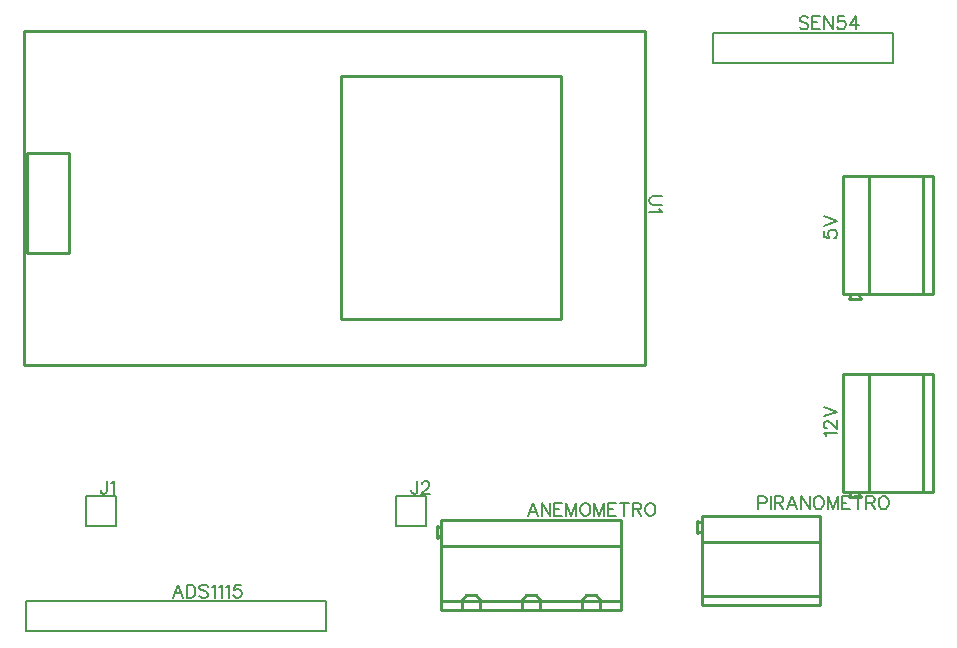
<source format=gto>
G04 Layer: TopSilkscreenLayer*
G04 EasyEDA v6.5.51, 2025-10-20 22:37:19*
G04 c1d3492fca7d471c8217cd0e5b442f4a,12abd119770744df9ef097ef44d34389,10*
G04 Gerber Generator version 0.2*
G04 Scale: 100 percent, Rotated: No, Reflected: No *
G04 Dimensions in millimeters *
G04 leading zeros omitted , absolute positions ,4 integer and 5 decimal *
%FSLAX45Y45*%
%MOMM*%

%ADD10C,0.1524*%
%ADD11C,0.2540*%
%ADD12C,0.2032*%
%ADD13C,0.2030*%
%ADD14C,0.0153*%

%LPD*%
D10*
X5257970Y1620111D02*
G01*
X5216314Y1511145D01*
X5257970Y1620111D02*
G01*
X5299372Y1511145D01*
X5231808Y1547467D02*
G01*
X5283878Y1547467D01*
X5333662Y1620111D02*
G01*
X5333662Y1511145D01*
X5333662Y1620111D02*
G01*
X5406560Y1511145D01*
X5406560Y1620111D02*
G01*
X5406560Y1511145D01*
X5440850Y1620111D02*
G01*
X5440850Y1511145D01*
X5440850Y1620111D02*
G01*
X5508414Y1620111D01*
X5440850Y1568295D02*
G01*
X5482252Y1568295D01*
X5440850Y1511145D02*
G01*
X5508414Y1511145D01*
X5542704Y1620111D02*
G01*
X5542704Y1511145D01*
X5542704Y1620111D02*
G01*
X5584106Y1511145D01*
X5625762Y1620111D02*
G01*
X5584106Y1511145D01*
X5625762Y1620111D02*
G01*
X5625762Y1511145D01*
X5691294Y1620111D02*
G01*
X5680880Y1615031D01*
X5670466Y1604617D01*
X5665132Y1594203D01*
X5660052Y1578455D01*
X5660052Y1552547D01*
X5665132Y1537053D01*
X5670466Y1526639D01*
X5680880Y1516225D01*
X5691294Y1511145D01*
X5711868Y1511145D01*
X5722282Y1516225D01*
X5732696Y1526639D01*
X5738030Y1537053D01*
X5743110Y1552547D01*
X5743110Y1578455D01*
X5738030Y1594203D01*
X5732696Y1604617D01*
X5722282Y1615031D01*
X5711868Y1620111D01*
X5691294Y1620111D01*
X5777400Y1620111D02*
G01*
X5777400Y1511145D01*
X5777400Y1620111D02*
G01*
X5819056Y1511145D01*
X5860458Y1620111D02*
G01*
X5819056Y1511145D01*
X5860458Y1620111D02*
G01*
X5860458Y1511145D01*
X5894748Y1620111D02*
G01*
X5894748Y1511145D01*
X5894748Y1620111D02*
G01*
X5962312Y1620111D01*
X5894748Y1568295D02*
G01*
X5936404Y1568295D01*
X5894748Y1511145D02*
G01*
X5962312Y1511145D01*
X6032924Y1620111D02*
G01*
X6032924Y1511145D01*
X5996602Y1620111D02*
G01*
X6069500Y1620111D01*
X6103790Y1620111D02*
G01*
X6103790Y1511145D01*
X6103790Y1620111D02*
G01*
X6150526Y1620111D01*
X6166020Y1615031D01*
X6171354Y1609697D01*
X6176434Y1599283D01*
X6176434Y1588869D01*
X6171354Y1578455D01*
X6166020Y1573375D01*
X6150526Y1568295D01*
X6103790Y1568295D01*
X6140112Y1568295D02*
G01*
X6176434Y1511145D01*
X6241966Y1620111D02*
G01*
X6231552Y1615031D01*
X6221138Y1604617D01*
X6215804Y1594203D01*
X6210724Y1578455D01*
X6210724Y1552547D01*
X6215804Y1537053D01*
X6221138Y1526639D01*
X6231552Y1516225D01*
X6241966Y1511145D01*
X6262794Y1511145D01*
X6272954Y1516225D01*
X6283368Y1526639D01*
X6288702Y1537053D01*
X6293782Y1552547D01*
X6293782Y1578455D01*
X6288702Y1594203D01*
X6283368Y1604617D01*
X6272954Y1615031D01*
X6262794Y1620111D01*
X6241966Y1620111D01*
X7164349Y1675892D02*
G01*
X7164349Y1566926D01*
X7164349Y1675892D02*
G01*
X7211085Y1675892D01*
X7226579Y1670812D01*
X7231913Y1665478D01*
X7236993Y1655063D01*
X7236993Y1639570D01*
X7231913Y1629155D01*
X7226579Y1624076D01*
X7211085Y1618742D01*
X7164349Y1618742D01*
X7271283Y1675892D02*
G01*
X7271283Y1566926D01*
X7305573Y1675892D02*
G01*
X7305573Y1566926D01*
X7305573Y1675892D02*
G01*
X7352309Y1675892D01*
X7368057Y1670812D01*
X7373137Y1665478D01*
X7378471Y1655063D01*
X7378471Y1644650D01*
X7373137Y1634236D01*
X7368057Y1629155D01*
X7352309Y1624076D01*
X7305573Y1624076D01*
X7342149Y1624076D02*
G01*
X7378471Y1566926D01*
X7454163Y1675892D02*
G01*
X7412761Y1566926D01*
X7454163Y1675892D02*
G01*
X7495819Y1566926D01*
X7428255Y1603247D02*
G01*
X7480325Y1603247D01*
X7530109Y1675892D02*
G01*
X7530109Y1566926D01*
X7530109Y1675892D02*
G01*
X7602753Y1566926D01*
X7602753Y1675892D02*
G01*
X7602753Y1566926D01*
X7668285Y1675892D02*
G01*
X7657871Y1670812D01*
X7647457Y1660397D01*
X7642377Y1649984D01*
X7637043Y1634236D01*
X7637043Y1608328D01*
X7642377Y1592834D01*
X7647457Y1582420D01*
X7657871Y1572005D01*
X7668285Y1566926D01*
X7689113Y1566926D01*
X7699527Y1572005D01*
X7709941Y1582420D01*
X7715021Y1592834D01*
X7720355Y1608328D01*
X7720355Y1634236D01*
X7715021Y1649984D01*
X7709941Y1660397D01*
X7699527Y1670812D01*
X7689113Y1675892D01*
X7668285Y1675892D01*
X7754645Y1675892D02*
G01*
X7754645Y1566926D01*
X7754645Y1675892D02*
G01*
X7796047Y1566926D01*
X7837703Y1675892D02*
G01*
X7796047Y1566926D01*
X7837703Y1675892D02*
G01*
X7837703Y1566926D01*
X7871993Y1675892D02*
G01*
X7871993Y1566926D01*
X7871993Y1675892D02*
G01*
X7939557Y1675892D01*
X7871993Y1624076D02*
G01*
X7913649Y1624076D01*
X7871993Y1566926D02*
G01*
X7939557Y1566926D01*
X8010169Y1675892D02*
G01*
X8010169Y1566926D01*
X7973847Y1675892D02*
G01*
X8046491Y1675892D01*
X8080781Y1675892D02*
G01*
X8080781Y1566926D01*
X8080781Y1675892D02*
G01*
X8127517Y1675892D01*
X8143265Y1670812D01*
X8148345Y1665478D01*
X8153679Y1655063D01*
X8153679Y1644650D01*
X8148345Y1634236D01*
X8143265Y1629155D01*
X8127517Y1624076D01*
X8080781Y1624076D01*
X8117103Y1624076D02*
G01*
X8153679Y1566926D01*
X8218957Y1675892D02*
G01*
X8208543Y1670812D01*
X8198129Y1660397D01*
X8193049Y1649984D01*
X8187969Y1634236D01*
X8187969Y1608328D01*
X8193049Y1592834D01*
X8198129Y1582420D01*
X8208543Y1572005D01*
X8218957Y1566926D01*
X8239785Y1566926D01*
X8250199Y1572005D01*
X8260613Y1582420D01*
X8265693Y1592834D01*
X8271027Y1608328D01*
X8271027Y1634236D01*
X8265693Y1649984D01*
X8260613Y1660397D01*
X8250199Y1670812D01*
X8239785Y1675892D01*
X8218957Y1675892D01*
X1652295Y1806955D02*
G01*
X1652295Y1723897D01*
X1646961Y1708150D01*
X1641881Y1703070D01*
X1631467Y1697989D01*
X1621053Y1697989D01*
X1610639Y1703070D01*
X1605305Y1708150D01*
X1600225Y1723897D01*
X1600225Y1734312D01*
X1686585Y1786128D02*
G01*
X1696745Y1791462D01*
X1712493Y1806955D01*
X1712493Y1697989D01*
X4281195Y1806955D02*
G01*
X4281195Y1723897D01*
X4275861Y1708150D01*
X4270781Y1703070D01*
X4260367Y1697989D01*
X4249953Y1697989D01*
X4239539Y1703070D01*
X4234205Y1708150D01*
X4229125Y1723897D01*
X4229125Y1734312D01*
X4320565Y1781047D02*
G01*
X4320565Y1786128D01*
X4325645Y1796542D01*
X4330979Y1801876D01*
X4341393Y1806955D01*
X4362221Y1806955D01*
X4372635Y1801876D01*
X4377715Y1796542D01*
X4382795Y1786128D01*
X4382795Y1775713D01*
X4377715Y1765300D01*
X4367301Y1749805D01*
X4315485Y1697989D01*
X4388129Y1697989D01*
X7722133Y3924554D02*
G01*
X7722133Y3872737D01*
X7768869Y3867404D01*
X7763789Y3872737D01*
X7758455Y3888231D01*
X7758455Y3903979D01*
X7763789Y3919473D01*
X7773949Y3929887D01*
X7789697Y3934968D01*
X7800111Y3934968D01*
X7815605Y3929887D01*
X7826019Y3919473D01*
X7831099Y3903979D01*
X7831099Y3888231D01*
X7826019Y3872737D01*
X7820939Y3867404D01*
X7810525Y3862323D01*
X7722133Y3969257D02*
G01*
X7831099Y4010913D01*
X7722133Y4052570D02*
G01*
X7831099Y4010913D01*
X7742943Y2185923D02*
G01*
X7737609Y2196337D01*
X7722115Y2211831D01*
X7831081Y2211831D01*
X7748023Y2251455D02*
G01*
X7742943Y2251455D01*
X7732529Y2256536D01*
X7727195Y2261870D01*
X7722115Y2272284D01*
X7722115Y2292857D01*
X7727195Y2303271D01*
X7732529Y2308605D01*
X7742943Y2313686D01*
X7753357Y2313686D01*
X7763771Y2308605D01*
X7779265Y2298192D01*
X7831081Y2246121D01*
X7831081Y2319020D01*
X7722115Y2353310D02*
G01*
X7831081Y2394712D01*
X7722115Y2436368D02*
G01*
X7831081Y2394712D01*
X2251481Y928115D02*
G01*
X2209825Y819150D01*
X2251481Y928115D02*
G01*
X2292883Y819150D01*
X2225319Y855471D02*
G01*
X2277389Y855471D01*
X2327173Y928115D02*
G01*
X2327173Y819150D01*
X2327173Y928115D02*
G01*
X2363495Y928115D01*
X2379243Y923036D01*
X2389657Y912621D01*
X2394737Y902207D01*
X2400071Y886460D01*
X2400071Y860552D01*
X2394737Y845057D01*
X2389657Y834644D01*
X2379243Y824229D01*
X2363495Y819150D01*
X2327173Y819150D01*
X2507005Y912621D02*
G01*
X2496591Y923036D01*
X2481097Y928115D01*
X2460269Y928115D01*
X2444775Y923036D01*
X2434361Y912621D01*
X2434361Y902207D01*
X2439441Y891794D01*
X2444775Y886460D01*
X2454935Y881379D01*
X2486177Y870965D01*
X2496591Y865886D01*
X2501925Y860552D01*
X2507005Y850137D01*
X2507005Y834644D01*
X2496591Y824229D01*
X2481097Y819150D01*
X2460269Y819150D01*
X2444775Y824229D01*
X2434361Y834644D01*
X2541295Y907287D02*
G01*
X2551709Y912621D01*
X2567203Y928115D01*
X2567203Y819150D01*
X2601493Y907287D02*
G01*
X2611907Y912621D01*
X2627655Y928115D01*
X2627655Y819150D01*
X2661945Y907287D02*
G01*
X2672105Y912621D01*
X2687853Y928115D01*
X2687853Y819150D01*
X2784373Y928115D02*
G01*
X2732557Y928115D01*
X2727223Y881379D01*
X2732557Y886460D01*
X2748051Y891794D01*
X2763545Y891794D01*
X2779293Y886460D01*
X2789707Y876300D01*
X2794787Y860552D01*
X2794787Y850137D01*
X2789707Y834644D01*
X2779293Y824229D01*
X2763545Y819150D01*
X2748051Y819150D01*
X2732557Y824229D01*
X2727223Y829310D01*
X2722143Y839723D01*
X7591069Y5725911D02*
G01*
X7580655Y5736325D01*
X7565161Y5741405D01*
X7544333Y5741405D01*
X7528839Y5736325D01*
X7518425Y5725911D01*
X7518425Y5715497D01*
X7523505Y5705083D01*
X7528839Y5699749D01*
X7539253Y5694669D01*
X7570495Y5684255D01*
X7580655Y5679175D01*
X7585989Y5673841D01*
X7591069Y5663427D01*
X7591069Y5647933D01*
X7580655Y5637519D01*
X7565161Y5632439D01*
X7544333Y5632439D01*
X7528839Y5637519D01*
X7518425Y5647933D01*
X7625359Y5741405D02*
G01*
X7625359Y5632439D01*
X7625359Y5741405D02*
G01*
X7692923Y5741405D01*
X7625359Y5689589D02*
G01*
X7667015Y5689589D01*
X7625359Y5632439D02*
G01*
X7692923Y5632439D01*
X7727213Y5741405D02*
G01*
X7727213Y5632439D01*
X7727213Y5741405D02*
G01*
X7800111Y5632439D01*
X7800111Y5741405D02*
G01*
X7800111Y5632439D01*
X7896631Y5741405D02*
G01*
X7844815Y5741405D01*
X7839481Y5694669D01*
X7844815Y5699749D01*
X7860309Y5705083D01*
X7875803Y5705083D01*
X7891551Y5699749D01*
X7901965Y5689589D01*
X7907045Y5673841D01*
X7907045Y5663427D01*
X7901965Y5647933D01*
X7891551Y5637519D01*
X7875803Y5632439D01*
X7860309Y5632439D01*
X7844815Y5637519D01*
X7839481Y5642599D01*
X7834401Y5653013D01*
X7993405Y5741405D02*
G01*
X7941335Y5668761D01*
X8019313Y5668761D01*
X7993405Y5741405D02*
G01*
X7993405Y5632439D01*
X6351041Y4216389D02*
G01*
X6273063Y4216389D01*
X6257569Y4211309D01*
X6247155Y4200895D01*
X6242075Y4185147D01*
X6242075Y4174733D01*
X6247155Y4159239D01*
X6257569Y4148825D01*
X6273063Y4143745D01*
X6351041Y4143745D01*
X6330213Y4109455D02*
G01*
X6335547Y4099041D01*
X6351041Y4083293D01*
X6242075Y4083293D01*
D11*
X4814138Y717001D02*
G01*
X4814138Y802845D01*
X4778070Y838918D01*
X4695012Y838918D01*
X4658695Y717001D02*
G01*
X4658695Y802850D01*
X4694763Y838918D01*
X4777821Y838918D01*
X5322135Y716996D02*
G01*
X5322135Y802840D01*
X5286070Y838913D01*
X5203012Y838913D01*
X5166697Y716996D02*
G01*
X5166697Y802845D01*
X5202760Y838913D01*
X5285818Y838913D01*
X5674682Y717001D02*
G01*
X5674682Y802850D01*
X5710750Y838918D01*
X5793808Y838918D01*
X5830125Y717001D02*
G01*
X5830125Y802845D01*
X5794057Y838918D01*
X5710999Y838918D01*
X4483122Y794202D02*
G01*
X6007125Y794202D01*
X4483125Y1408628D02*
G01*
X4443128Y1425991D01*
X4443128Y1325996D01*
X4483125Y1345684D01*
X4483122Y1475994D02*
G01*
X6007125Y1475994D01*
X4483125Y1475994D02*
G01*
X4483125Y715995D01*
X6007125Y1475994D02*
G01*
X6007125Y715995D01*
X4483122Y715995D02*
G01*
X6007125Y715995D01*
X4483122Y1256075D02*
G01*
X6007125Y1256075D01*
X6688226Y832307D02*
G01*
X7688224Y832307D01*
X6687693Y1446733D02*
G01*
X6648221Y1464099D01*
X6648221Y1364099D01*
X6687693Y1383792D01*
X6688226Y1514099D02*
G01*
X7688224Y1514099D01*
X6688226Y1514099D02*
G01*
X6688226Y754100D01*
X7688224Y1514099D02*
G01*
X7688224Y754100D01*
X6688226Y754100D02*
G01*
X7688224Y754100D01*
X6688226Y1294180D02*
G01*
X7688224Y1294180D01*
D12*
X1727225Y1422400D02*
G01*
X1473225Y1422400D01*
X1473225Y1676400D01*
X1727225Y1676400D01*
X1727225Y1485900D01*
D13*
X1727225Y1422400D02*
G01*
X1727225Y1485900D01*
D12*
X4356125Y1422400D02*
G01*
X4102125Y1422400D01*
X4102125Y1676400D01*
X4356125Y1676400D01*
X4356125Y1485900D01*
D13*
X4356125Y1422400D02*
G01*
X4356125Y1485900D01*
D11*
X8565718Y3386201D02*
G01*
X8565718Y4386198D01*
X7951292Y3385667D02*
G01*
X7933926Y3346195D01*
X8033926Y3346195D01*
X8014233Y3385667D01*
X7883926Y3386201D02*
G01*
X7883926Y4386198D01*
X7883926Y3386201D02*
G01*
X8643924Y3386201D01*
X7883926Y4386198D02*
G01*
X8643924Y4386198D01*
X8643924Y3386201D02*
G01*
X8643924Y4386198D01*
X8103844Y3386201D02*
G01*
X8103844Y4386198D01*
X8565700Y1709801D02*
G01*
X8565700Y2709798D01*
X7951274Y1709267D02*
G01*
X7933908Y1669795D01*
X8033908Y1669795D01*
X8014215Y1709267D01*
X7883908Y1709801D02*
G01*
X7883908Y2709798D01*
X7883908Y1709801D02*
G01*
X8643907Y1709801D01*
X7883908Y2709798D02*
G01*
X8643907Y2709798D01*
X8643907Y1709801D02*
G01*
X8643907Y2709798D01*
X8103826Y1709801D02*
G01*
X8103826Y2709798D01*
D12*
X1155725Y787400D02*
G01*
X965225Y787400D01*
X965225Y533400D01*
X3505225Y533400D01*
X3505225Y787400D01*
D13*
X3505225Y787400D02*
G01*
X1155725Y787400D01*
D12*
X6972325Y5600689D02*
G01*
X6781825Y5600689D01*
X6781825Y5346689D01*
X8305825Y5346689D01*
X8305825Y5600689D01*
D13*
X8305825Y5600689D02*
G01*
X6972325Y5600689D01*
D11*
X6210325Y5619739D02*
G01*
X6210325Y2787639D01*
X952525Y2787639D01*
X952525Y5619739D01*
X6210325Y5619739D01*
X5499125Y5232389D02*
G01*
X5499125Y3174989D01*
X3632225Y3174989D01*
X3632225Y5232389D01*
X5499125Y5232389D01*
X1333525Y4584689D02*
G01*
X1333525Y3733789D01*
X977925Y3733789D01*
X977925Y4584689D01*
X1333525Y4584689D01*
M02*

</source>
